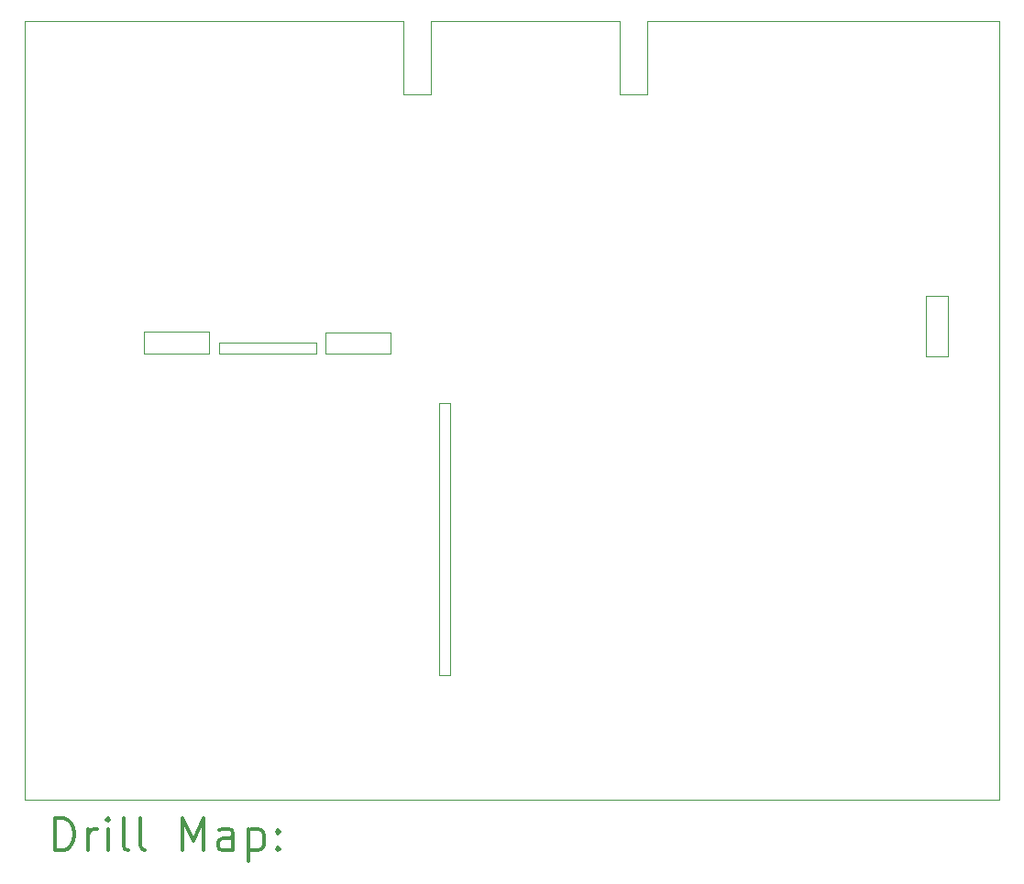
<source format=gbr>
%FSLAX45Y45*%
G04 Gerber Fmt 4.5, Leading zero omitted, Abs format (unit mm)*
G04 Created by KiCad (PCBNEW (5.1.10)-1) date 2021-12-03 15:52:54*
%MOMM*%
%LPD*%
G01*
G04 APERTURE LIST*
%TA.AperFunction,Profile*%
%ADD10C,0.050000*%
%TD*%
%ADD11C,0.200000*%
%ADD12C,0.300000*%
G04 APERTURE END LIST*
D10*
X15750960Y-4701000D02*
X19000000Y-4700000D01*
X10000000Y-4700000D02*
X13500960Y-4701000D01*
X12694000Y-7772000D02*
X11794000Y-7772000D01*
X12694000Y-7672000D02*
X12694000Y-7772000D01*
X11794000Y-7672000D02*
X12694000Y-7672000D01*
X11794000Y-7772000D02*
X11794000Y-7672000D01*
X13832000Y-8230000D02*
X13932000Y-8230000D01*
X13832000Y-10750000D02*
X13832000Y-10550000D01*
X13932000Y-10750000D02*
X13832000Y-10750000D01*
X13932000Y-8230000D02*
X13932000Y-10750000D01*
X13832000Y-10550000D02*
X13832000Y-8230000D01*
X12781000Y-7577000D02*
X13381000Y-7577000D01*
X13381000Y-7777000D02*
X12781000Y-7777000D01*
X13381000Y-7577000D02*
X13381000Y-7777000D01*
X12781000Y-7777000D02*
X12781000Y-7577000D01*
X11103000Y-7575000D02*
X11703000Y-7575000D01*
X11703000Y-7775000D02*
X11103000Y-7775000D01*
X11703000Y-7575000D02*
X11703000Y-7775000D01*
X11103000Y-7775000D02*
X11103000Y-7575000D01*
X18525000Y-7801000D02*
X18325000Y-7801000D01*
X18526000Y-7243000D02*
X18525000Y-7801000D01*
X18326000Y-7243000D02*
X18526000Y-7243000D01*
X18325000Y-7801000D02*
X18326000Y-7243000D01*
X15497000Y-5381000D02*
X15496960Y-4700060D01*
X15750960Y-4701000D02*
X15750960Y-5381000D01*
X13754960Y-4700060D02*
X13754960Y-5380060D01*
X13754960Y-5380060D02*
X13500960Y-5380060D01*
X15750960Y-5381000D02*
X15497000Y-5381000D01*
X15496960Y-4700060D02*
X13754960Y-4700060D01*
X13500960Y-5380060D02*
X13500960Y-4701000D01*
X10000000Y-11900000D02*
X19000000Y-11900000D01*
X19000000Y-11900000D02*
X19000000Y-4700000D01*
X10000000Y-11900000D02*
X10000000Y-4700000D01*
D11*
D12*
X10283928Y-12368214D02*
X10283928Y-12068214D01*
X10355357Y-12068214D01*
X10398214Y-12082500D01*
X10426786Y-12111071D01*
X10441071Y-12139643D01*
X10455357Y-12196786D01*
X10455357Y-12239643D01*
X10441071Y-12296786D01*
X10426786Y-12325357D01*
X10398214Y-12353929D01*
X10355357Y-12368214D01*
X10283928Y-12368214D01*
X10583928Y-12368214D02*
X10583928Y-12168214D01*
X10583928Y-12225357D02*
X10598214Y-12196786D01*
X10612500Y-12182500D01*
X10641071Y-12168214D01*
X10669643Y-12168214D01*
X10769643Y-12368214D02*
X10769643Y-12168214D01*
X10769643Y-12068214D02*
X10755357Y-12082500D01*
X10769643Y-12096786D01*
X10783928Y-12082500D01*
X10769643Y-12068214D01*
X10769643Y-12096786D01*
X10955357Y-12368214D02*
X10926786Y-12353929D01*
X10912500Y-12325357D01*
X10912500Y-12068214D01*
X11112500Y-12368214D02*
X11083928Y-12353929D01*
X11069643Y-12325357D01*
X11069643Y-12068214D01*
X11455357Y-12368214D02*
X11455357Y-12068214D01*
X11555357Y-12282500D01*
X11655357Y-12068214D01*
X11655357Y-12368214D01*
X11926786Y-12368214D02*
X11926786Y-12211071D01*
X11912500Y-12182500D01*
X11883928Y-12168214D01*
X11826786Y-12168214D01*
X11798214Y-12182500D01*
X11926786Y-12353929D02*
X11898214Y-12368214D01*
X11826786Y-12368214D01*
X11798214Y-12353929D01*
X11783928Y-12325357D01*
X11783928Y-12296786D01*
X11798214Y-12268214D01*
X11826786Y-12253929D01*
X11898214Y-12253929D01*
X11926786Y-12239643D01*
X12069643Y-12168214D02*
X12069643Y-12468214D01*
X12069643Y-12182500D02*
X12098214Y-12168214D01*
X12155357Y-12168214D01*
X12183928Y-12182500D01*
X12198214Y-12196786D01*
X12212500Y-12225357D01*
X12212500Y-12311071D01*
X12198214Y-12339643D01*
X12183928Y-12353929D01*
X12155357Y-12368214D01*
X12098214Y-12368214D01*
X12069643Y-12353929D01*
X12341071Y-12339643D02*
X12355357Y-12353929D01*
X12341071Y-12368214D01*
X12326786Y-12353929D01*
X12341071Y-12339643D01*
X12341071Y-12368214D01*
X12341071Y-12182500D02*
X12355357Y-12196786D01*
X12341071Y-12211071D01*
X12326786Y-12196786D01*
X12341071Y-12182500D01*
X12341071Y-12211071D01*
M02*

</source>
